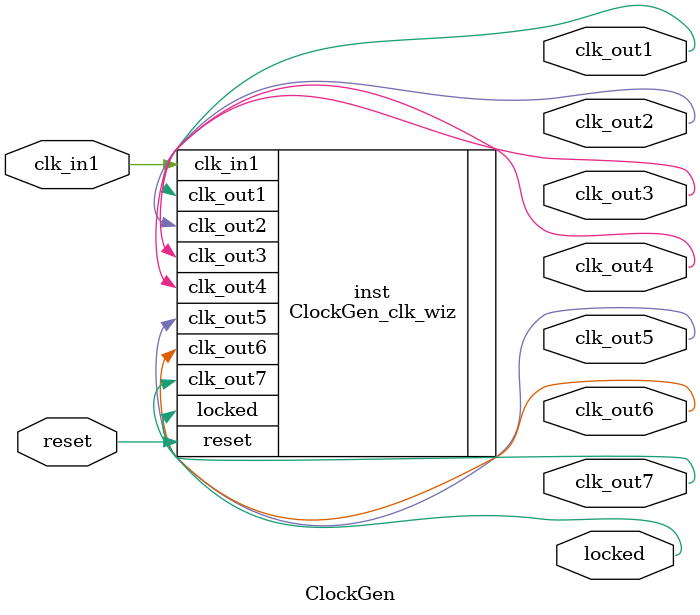
<source format=v>


`timescale 1ps/1ps

(* CORE_GENERATION_INFO = "ClockGen,clk_wiz_v6_0_2_0_0,{component_name=ClockGen,use_phase_alignment=true,use_min_o_jitter=false,use_max_i_jitter=false,use_dyn_phase_shift=false,use_inclk_switchover=false,use_dyn_reconfig=false,enable_axi=0,feedback_source=FDBK_AUTO,PRIMITIVE=MMCM,num_out_clk=7,clkin1_period=10.000,clkin2_period=10.000,use_power_down=false,use_reset=true,use_locked=true,use_inclk_stopped=false,feedback_type=SINGLE,CLOCK_MGR_TYPE=NA,manual_override=false}" *)

module ClockGen 
 (
  // Clock out ports
  output        clk_out1,
  output        clk_out2,
  output        clk_out3,
  output        clk_out4,
  output        clk_out5,
  output        clk_out6,
  output        clk_out7,
  // Status and control signals
  input         reset,
  output        locked,
 // Clock in ports
  input         clk_in1
 );

  ClockGen_clk_wiz inst
  (
  // Clock out ports  
  .clk_out1(clk_out1),
  .clk_out2(clk_out2),
  .clk_out3(clk_out3),
  .clk_out4(clk_out4),
  .clk_out5(clk_out5),
  .clk_out6(clk_out6),
  .clk_out7(clk_out7),
  // Status and control signals               
  .reset(reset), 
  .locked(locked),
 // Clock in ports
  .clk_in1(clk_in1)
  );

endmodule

</source>
